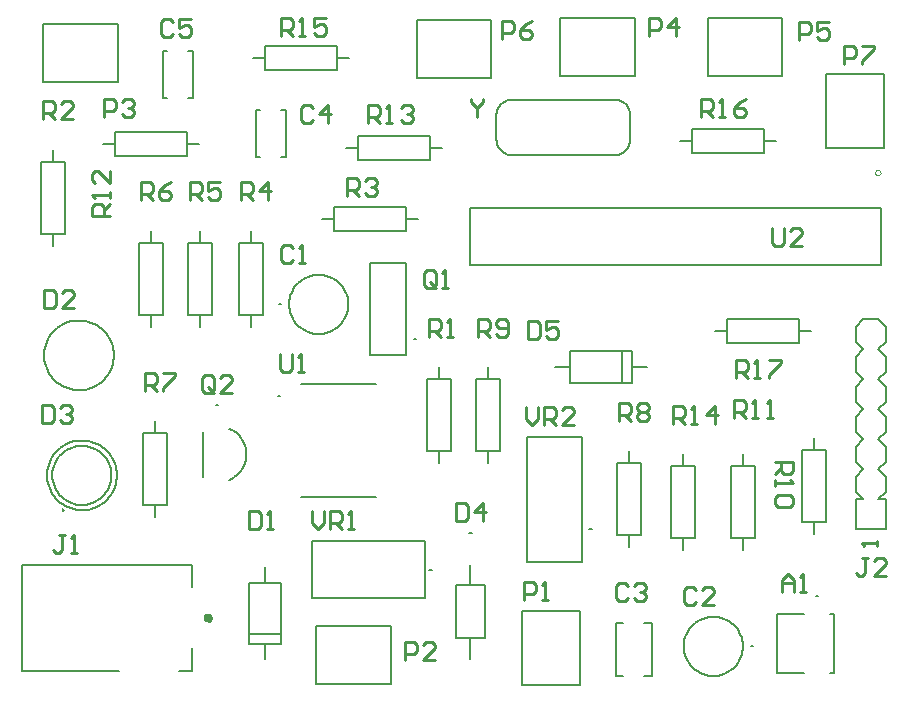
<source format=gto>
G04*
G04 #@! TF.GenerationSoftware,Altium Limited,Altium Designer,23.4.1 (23)*
G04*
G04 Layer_Color=65535*
%FSLAX25Y25*%
%MOIN*%
G70*
G04*
G04 #@! TF.SameCoordinates,2A0E947D-B6A8-43C5-BC2B-383818F6DAB7*
G04*
G04*
G04 #@! TF.FilePolarity,Positive*
G04*
G01*
G75*
%ADD10C,0.01575*%
%ADD11C,0.00787*%
%ADD12C,0.00000*%
%ADD13C,0.00500*%
%ADD14C,0.00800*%
%ADD15C,0.00600*%
%ADD16C,0.01000*%
D10*
X59784Y26500D02*
X59239Y27249D01*
X58359Y26963D01*
Y26037D01*
X59239Y25751D01*
X59784Y26500D01*
D11*
X186894Y56000D02*
X186106D01*
X186894D01*
X128345Y119500D02*
X127557D01*
X128345D01*
X262394Y33748D02*
X261606D01*
X262394D01*
X83071Y100500D02*
X82284D01*
X83071D01*
X240689Y17000D02*
X239902D01*
X240689D01*
X62394Y97535D02*
X61606D01*
X62394D01*
X83535Y131000D02*
X82748D01*
X83535D01*
X133563Y42500D02*
X132776D01*
X133563D01*
X146894Y54878D02*
X146106D01*
X146894D01*
X102000Y213000D02*
X106000D01*
X74000D02*
X78000D01*
Y209000D02*
X102000D01*
Y217000D01*
X78000D02*
X102000D01*
X78000Y209000D02*
Y217000D01*
X132000Y82000D02*
X140000D01*
X132000D02*
Y106000D01*
X140000D01*
Y82000D02*
Y106000D01*
X136000Y78000D02*
Y82000D01*
Y106000D02*
Y110000D01*
X237500Y49000D02*
Y53000D01*
Y77000D02*
Y81000D01*
X233500Y53000D02*
Y77000D01*
Y53000D02*
X241500D01*
Y77000D01*
X233500D02*
X241500D01*
X244500Y185500D02*
X248500D01*
X216500D02*
X220500D01*
Y181500D02*
X244500D01*
Y189500D01*
X220500D02*
X244500D01*
X220500Y181500D02*
Y189500D01*
X125000Y159500D02*
X129000D01*
X97000D02*
X101000D01*
Y155500D02*
X125000D01*
Y163500D01*
X101000D02*
X125000D01*
X101000Y155500D02*
Y163500D01*
X109000Y179000D02*
Y187000D01*
X133000D01*
Y179000D02*
Y187000D01*
X109000Y179000D02*
X133000D01*
X105000Y183000D02*
X109000D01*
X133000D02*
X137000D01*
X257000Y58500D02*
X265000D01*
X257000D02*
Y82500D01*
X265000D01*
Y58500D02*
Y82500D01*
X261000Y54500D02*
Y58500D01*
Y82500D02*
Y86500D01*
X28000Y180500D02*
Y188500D01*
X52000D01*
Y180500D02*
Y188500D01*
X28000Y180500D02*
X52000D01*
X24000Y184500D02*
X28000D01*
X52000D02*
X56000D01*
X232000Y118000D02*
Y126000D01*
X256000D01*
Y118000D02*
Y126000D01*
X232000Y118000D02*
X256000D01*
X228000Y122000D02*
X232000D01*
X256000D02*
X260000D01*
X213500Y53000D02*
X221500D01*
X213500D02*
Y77000D01*
X221500D01*
Y53000D02*
Y77000D01*
X217500Y49000D02*
Y53000D01*
Y77000D02*
Y81000D01*
X148500Y106000D02*
X156500D01*
Y82000D02*
Y106000D01*
X148500Y82000D02*
X156500D01*
X148500D02*
Y106000D01*
X152500D02*
Y110000D01*
Y78000D02*
Y82000D01*
X41500Y88000D02*
Y92000D01*
Y60000D02*
Y64000D01*
X45500D02*
Y88000D01*
X37500D02*
X45500D01*
X37500Y64000D02*
Y88000D01*
Y64000D02*
X45500D01*
X73500Y151500D02*
Y155500D01*
Y123500D02*
Y127500D01*
X77500D02*
Y151500D01*
X69500D02*
X77500D01*
X69500Y127500D02*
Y151500D01*
Y127500D02*
X77500D01*
X195500Y54000D02*
X203500D01*
X195500D02*
Y78000D01*
X203500D01*
Y54000D02*
Y78000D01*
X199500Y50000D02*
Y54000D01*
Y78000D02*
Y82000D01*
X3500Y154500D02*
X11500D01*
X3500D02*
Y178500D01*
X11500D01*
Y154500D02*
Y178500D01*
X7500Y150500D02*
Y154500D01*
Y178500D02*
Y182500D01*
X52500Y151500D02*
X60500D01*
Y127500D02*
Y151500D01*
X52500Y127500D02*
X60500D01*
X52500D02*
Y151500D01*
X56500D02*
Y155500D01*
Y123500D02*
Y127500D01*
X36000D02*
X44000D01*
X36000D02*
Y151500D01*
X44000D01*
Y127500D02*
Y151500D01*
X40000Y123500D02*
Y127500D01*
Y151500D02*
Y155500D01*
D12*
X283323Y174850D02*
X282823Y175716D01*
X281823D01*
X281323Y174850D01*
X281823Y173984D01*
X282823D01*
X283323Y174850D01*
X11201Y62583D02*
X10451Y63016D01*
Y62150D01*
X11201Y62583D01*
D13*
X199843Y193986D02*
X199762Y194982D01*
X199489Y195944D01*
X199033Y196833D01*
X198412Y197617D01*
X197651Y198265D01*
X196777Y198751D01*
X195826Y199058D01*
X194833Y199173D01*
X160167D02*
X159174Y199058D01*
X158222Y198751D01*
X157349Y198265D01*
X156588Y197617D01*
X155967Y196833D01*
X155511Y195944D01*
X155238Y194982D01*
X155157Y193986D01*
Y186014D02*
X155238Y185018D01*
X155511Y184056D01*
X155967Y183167D01*
X156588Y182383D01*
X157349Y181735D01*
X158222Y181249D01*
X159174Y180942D01*
X160167Y180827D01*
X194833D02*
X195826Y180942D01*
X196777Y181249D01*
X197651Y181735D01*
X198412Y182383D01*
X199033Y183167D01*
X199489Y184056D01*
X199762Y185018D01*
X199843Y186014D01*
X237343Y17000D02*
X237292Y17996D01*
X237141Y18981D01*
X236891Y19947D01*
X236545Y20881D01*
X236106Y21777D01*
X235578Y22623D01*
X234968Y23411D01*
X234281Y24134D01*
X233525Y24783D01*
X232706Y25353D01*
X231835Y25837D01*
X230918Y26230D01*
X229967Y26528D01*
X228990Y26729D01*
X227998Y26830D01*
X227002D01*
X226010Y26729D01*
X225033Y26528D01*
X224082Y26230D01*
X223165Y25837D01*
X222294Y25353D01*
X221475Y24783D01*
X220719Y24134D01*
X220032Y23411D01*
X219422Y22623D01*
X218894Y21777D01*
X218455Y20881D01*
X218109Y19947D01*
X217859Y18981D01*
X217708Y17996D01*
X217657Y17000D01*
X217708Y16004D01*
X217859Y15019D01*
X218109Y14053D01*
X218455Y13118D01*
X218894Y12223D01*
X219422Y11377D01*
X220032Y10589D01*
X220719Y9866D01*
X221475Y9217D01*
X222294Y8647D01*
X223165Y8163D01*
X224082Y7770D01*
X225033Y7472D01*
X226010Y7271D01*
X227002Y7170D01*
X227998D01*
X228991Y7271D01*
X229967Y7472D01*
X230918Y7770D01*
X231835Y8163D01*
X232706Y8647D01*
X233525Y9217D01*
X234281Y9866D01*
X234968Y10589D01*
X235578Y11377D01*
X236106Y12223D01*
X236545Y13119D01*
X236891Y14053D01*
X237141Y15019D01*
X237292Y16004D01*
X237343Y17000D01*
X66076Y72422D02*
X66980Y72845D01*
X67832Y73363D01*
X68625Y73970D01*
X69347Y74658D01*
X69990Y75420D01*
X70548Y76248D01*
X71014Y77130D01*
X71382Y78057D01*
X71648Y79019D01*
X71808Y80004D01*
X71862Y81000D01*
X71808Y81996D01*
X71648Y82981D01*
X71382Y83943D01*
X71014Y84870D01*
X70548Y85752D01*
X69990Y86580D01*
X69347Y87342D01*
X68625Y88030D01*
X67832Y88637D01*
X66980Y89155D01*
X66076Y89578D01*
X105780Y131000D02*
X105729Y131996D01*
X105578Y132981D01*
X105328Y133947D01*
X104982Y134881D01*
X104543Y135777D01*
X104015Y136623D01*
X103405Y137411D01*
X102718Y138134D01*
X101962Y138783D01*
X101143Y139353D01*
X100272Y139837D01*
X99355Y140230D01*
X98404Y140528D01*
X97427Y140729D01*
X96435Y140830D01*
X95438D01*
X94447Y140729D01*
X93470Y140528D01*
X92519Y140230D01*
X91602Y139837D01*
X90731Y139353D01*
X89912Y138783D01*
X89156Y138134D01*
X88469Y137411D01*
X87859Y136623D01*
X87331Y135777D01*
X86892Y134881D01*
X86546Y133947D01*
X86296Y132981D01*
X86145Y131996D01*
X86094Y131000D01*
X86145Y130004D01*
X86296Y129019D01*
X86546Y128053D01*
X86892Y127119D01*
X87331Y126223D01*
X87859Y125377D01*
X88469Y124589D01*
X89156Y123866D01*
X89912Y123217D01*
X90731Y122647D01*
X91602Y122163D01*
X92519Y121770D01*
X93470Y121472D01*
X94447Y121271D01*
X95438Y121170D01*
X96436D01*
X97427Y121271D01*
X98404Y121472D01*
X99355Y121770D01*
X100272Y122163D01*
X101143Y122647D01*
X101962Y123217D01*
X102718Y123866D01*
X103405Y124589D01*
X104015Y125377D01*
X104543Y126223D01*
X104982Y127119D01*
X105328Y128053D01*
X105578Y129019D01*
X105729Y130004D01*
X105780Y131000D01*
X27614Y114000D02*
X27571Y114998D01*
X27442Y115989D01*
X27229Y116966D01*
X26933Y117920D01*
X26555Y118845D01*
X26100Y119735D01*
X25569Y120582D01*
X24968Y121380D01*
X24300Y122124D01*
X23571Y122807D01*
X22786Y123425D01*
X21951Y123974D01*
X21071Y124449D01*
X20154Y124846D01*
X19207Y125163D01*
X18235Y125397D01*
X17247Y125547D01*
X16250Y125611D01*
X15251Y125590D01*
X14257Y125483D01*
X13277Y125290D01*
X12316Y125014D01*
X11383Y124657D01*
X10484Y124221D01*
X9626Y123709D01*
X8815Y123125D01*
X8057Y122473D01*
X7358Y121759D01*
X6723Y120987D01*
X6157Y120164D01*
X5663Y119295D01*
X5246Y118387D01*
X4909Y117446D01*
X4654Y116480D01*
X4482Y115495D01*
X4397Y114500D01*
Y113500D01*
X4482Y112505D01*
X4654Y111520D01*
X4909Y110554D01*
X5246Y109613D01*
X5663Y108705D01*
X6157Y107836D01*
X6723Y107013D01*
X7358Y106241D01*
X8057Y105527D01*
X8815Y104875D01*
X9626Y104291D01*
X10484Y103779D01*
X11383Y103343D01*
X12316Y102986D01*
X13277Y102710D01*
X14257Y102517D01*
X15251Y102410D01*
X16250Y102389D01*
X17247Y102453D01*
X18235Y102603D01*
X19207Y102837D01*
X20154Y103154D01*
X21071Y103551D01*
X21951Y104026D01*
X22786Y104575D01*
X23571Y105193D01*
X24300Y105876D01*
X24968Y106620D01*
X25569Y107418D01*
X26100Y108265D01*
X26555Y109155D01*
X26933Y110080D01*
X27229Y111034D01*
X27442Y112011D01*
X27571Y113002D01*
X27614Y114000D01*
X28614Y74000D02*
X28571Y74998D01*
X28442Y75989D01*
X28229Y76966D01*
X27933Y77920D01*
X27555Y78845D01*
X27100Y79735D01*
X26569Y80582D01*
X25968Y81380D01*
X25300Y82124D01*
X24571Y82807D01*
X23786Y83425D01*
X22951Y83974D01*
X22071Y84448D01*
X21154Y84846D01*
X20207Y85163D01*
X19235Y85397D01*
X18247Y85547D01*
X17250Y85611D01*
X16251Y85590D01*
X15257Y85483D01*
X14277Y85290D01*
X13316Y85014D01*
X12383Y84657D01*
X11484Y84221D01*
X10626Y83709D01*
X9815Y83125D01*
X9057Y82473D01*
X8358Y81759D01*
X7723Y80987D01*
X7157Y80164D01*
X6663Y79295D01*
X6246Y78387D01*
X5909Y77446D01*
X5654Y76480D01*
X5483Y75495D01*
X5397Y74500D01*
Y73500D01*
X5483Y72505D01*
X5654Y71520D01*
X5909Y70554D01*
X6246Y69613D01*
X6663Y68705D01*
X7157Y67836D01*
X7723Y67013D01*
X8358Y66241D01*
X9057Y65527D01*
X9815Y64875D01*
X10626Y64291D01*
X11484Y63779D01*
X12383Y63343D01*
X13316Y62986D01*
X14277Y62710D01*
X15257Y62517D01*
X16251Y62410D01*
X17250Y62388D01*
X18247Y62453D01*
X19235Y62603D01*
X20207Y62837D01*
X21154Y63154D01*
X22071Y63551D01*
X22951Y64026D01*
X23786Y64575D01*
X24571Y65193D01*
X25300Y65876D01*
X25968Y66620D01*
X26569Y67418D01*
X27100Y68265D01*
X27555Y69155D01*
X27933Y70080D01*
X28229Y71034D01*
X28442Y72011D01*
X28571Y73002D01*
X28614Y74000D01*
X26842D02*
X26792Y74996D01*
X26641Y75981D01*
X26391Y76947D01*
X26045Y77881D01*
X25606Y78777D01*
X25078Y79623D01*
X24468Y80411D01*
X23781Y81134D01*
X23025Y81783D01*
X22206Y82353D01*
X21335Y82837D01*
X20418Y83230D01*
X19467Y83528D01*
X18490Y83729D01*
X17499Y83830D01*
X16501D01*
X15510Y83729D01*
X14533Y83528D01*
X13582Y83230D01*
X12665Y82837D01*
X11794Y82353D01*
X10975Y81783D01*
X10219Y81134D01*
X9532Y80411D01*
X8922Y79623D01*
X8394Y78777D01*
X7955Y77881D01*
X7609Y76947D01*
X7359Y75981D01*
X7208Y74996D01*
X7158Y74000D01*
X7208Y73004D01*
X7359Y72019D01*
X7609Y71053D01*
X7955Y70118D01*
X8394Y69223D01*
X8922Y68377D01*
X9532Y67589D01*
X10219Y66866D01*
X10975Y66217D01*
X11794Y65647D01*
X12665Y65163D01*
X13582Y64770D01*
X14533Y64472D01*
X15510Y64271D01*
X16501Y64170D01*
X17499D01*
X18490Y64271D01*
X19467Y64472D01*
X20418Y64770D01*
X21335Y65163D01*
X22206Y65647D01*
X23025Y66217D01*
X23781Y66866D01*
X24468Y67589D01*
X25078Y68377D01*
X25606Y69223D01*
X26045Y70119D01*
X26391Y71053D01*
X26641Y72019D01*
X26792Y73004D01*
X26842Y74000D01*
X-2815Y8783D02*
Y44216D01*
X53878D01*
X49350Y8783D02*
X53878D01*
Y36933D02*
Y44216D01*
X-2815Y8783D02*
X29272D01*
X53878D02*
Y16461D01*
X165240Y45252D02*
X183744D01*
Y86748D01*
X165240D02*
X183744D01*
X165240Y45252D02*
Y86748D01*
X204524Y7142D02*
X206906D01*
X204524Y24858D02*
X206906D01*
X195095Y7142D02*
X197476D01*
X195095Y24858D02*
X197476D01*
X206906Y7142D02*
Y24858D01*
X195095Y7142D02*
Y24858D01*
X75079Y180126D02*
Y195874D01*
X84921Y180126D02*
Y195874D01*
X75079D02*
X76476D01*
X75079Y180126D02*
X76476D01*
X83524Y195874D02*
X84921D01*
X83524Y180126D02*
X84921D01*
X113065Y114146D02*
Y144854D01*
X125106D01*
Y114146D02*
Y144854D01*
X113065Y114146D02*
X125106D01*
X266252Y27843D02*
X267709D01*
X248811D02*
X257748D01*
X248811Y8157D02*
Y27843D01*
Y8157D02*
X257748D01*
X266252D02*
X267709D01*
Y27843D01*
X52524Y199705D02*
X53921D01*
X52524Y215453D02*
X53921D01*
X44079Y199705D02*
X45476D01*
X44079Y215453D02*
X45476D01*
X53921Y199705D02*
Y215453D01*
X44079Y199705D02*
Y215453D01*
X90000Y104378D02*
X115000D01*
X90000Y66622D02*
X115000D01*
X160158Y199173D02*
X194843D01*
X155157Y186024D02*
Y193976D01*
X160158Y180827D02*
X194843D01*
X199843Y186024D02*
Y193976D01*
X57295Y73427D02*
Y88573D01*
Y73427D02*
Y88573D01*
X93740Y51988D02*
X131260D01*
Y32972D02*
Y51988D01*
X93740Y32972D02*
Y51988D01*
Y32972D02*
X131260D01*
X179764Y104685D02*
X196988D01*
X200236D01*
X196988Y115315D02*
X200236D01*
X179764D02*
X196988D01*
Y104685D02*
Y115315D01*
X200236Y104685D02*
Y110000D01*
Y115315D01*
X179764Y110000D02*
Y115315D01*
Y104685D02*
Y110000D01*
X200236D02*
X205354D01*
X174646D02*
X179764D01*
X72685Y21012D02*
Y38236D01*
Y17764D02*
Y21012D01*
X83315Y17764D02*
Y21012D01*
Y38236D01*
X72685Y21012D02*
X83315D01*
X72685Y17764D02*
X78000D01*
X83315D01*
X78000Y38236D02*
X83315D01*
X72685D02*
X78000D01*
Y12646D02*
Y17764D01*
Y38236D02*
Y43354D01*
X146500Y37358D02*
Y44248D01*
Y12752D02*
Y19642D01*
Y37358D02*
X151224D01*
X141776D02*
X146500D01*
X141776Y19642D02*
Y37358D01*
Y19642D02*
X146500D01*
X151224D01*
Y37358D01*
D14*
X250402Y207020D02*
Y226311D01*
X225598D02*
X250402D01*
X225598Y207020D02*
Y226311D01*
Y207020D02*
X250402D01*
X28902Y205020D02*
Y224311D01*
X4098D02*
X28902D01*
X4098Y205020D02*
Y224311D01*
Y205020D02*
X28902D01*
X163689Y28902D02*
X182980D01*
X163689Y4098D02*
Y28902D01*
Y4098D02*
X182980D01*
Y28902D01*
X282500Y116000D02*
X285000Y118500D01*
X275000D02*
X277500Y116000D01*
X275000Y118500D02*
Y123500D01*
X285000Y118500D02*
Y123500D01*
X282500Y126000D02*
X285000Y123500D01*
X275000D02*
X277500Y126000D01*
X282500D01*
Y106000D02*
X285000Y108500D01*
Y113500D01*
X282500Y116000D02*
X285000Y113500D01*
X282500Y96000D02*
X285000Y98500D01*
Y103500D01*
X282500Y106000D02*
X285000Y103500D01*
X282500Y86000D02*
X285000Y88500D01*
Y93500D01*
X282500Y96000D02*
X285000Y93500D01*
X275000Y113500D02*
X277500Y116000D01*
X275000Y108500D02*
Y113500D01*
Y108500D02*
X277500Y106000D01*
X275000Y103500D02*
X277500Y106000D01*
X275000Y98500D02*
Y103500D01*
Y98500D02*
X277500Y96000D01*
X275000Y93500D02*
X277500Y96000D01*
X275000Y88500D02*
Y93500D01*
Y88500D02*
X277500Y86000D01*
X282500Y66000D02*
X285000D01*
X275000D02*
X277500D01*
X285000Y56000D02*
Y66000D01*
X275000Y56000D02*
X285000D01*
X275000D02*
Y66000D01*
X282500D02*
X285000Y68500D01*
Y73500D01*
X282500Y76000D02*
X285000Y73500D01*
X275000D02*
X277500Y76000D01*
X275000Y68500D02*
Y73500D01*
Y68500D02*
X277500Y66000D01*
X282500Y76000D02*
X285000Y78500D01*
Y83500D01*
X282500Y86000D02*
X285000Y83500D01*
X275000D02*
X277500Y86000D01*
X275000Y78500D02*
Y83500D01*
Y78500D02*
X277500Y76000D01*
X265020Y183098D02*
Y207902D01*
X284311D01*
Y183098D02*
Y207902D01*
X265020Y183098D02*
X284311D01*
X176535Y207020D02*
X201339D01*
X176535D02*
Y226311D01*
X201339D01*
Y207020D02*
Y226311D01*
X128598Y206520D02*
X153402D01*
X128598D02*
Y225811D01*
X153402D01*
Y206520D02*
Y225811D01*
X95161Y4520D02*
X119965D01*
X95161D02*
Y23811D01*
X119965D01*
Y4520D02*
Y23811D01*
D15*
X146496Y144220D02*
X283504D01*
X146496Y162961D02*
X283504D01*
X146496Y144220D02*
Y162961D01*
X283504Y144220D02*
Y162961D01*
D16*
X282000Y50500D02*
Y52166D01*
Y51333D01*
X277002D01*
X277835Y50500D01*
X247002Y156590D02*
Y151591D01*
X248001Y150592D01*
X250001D01*
X251000Y151591D01*
Y156590D01*
X256998Y150592D02*
X253000D01*
X256998Y154590D01*
Y155590D01*
X255999Y156590D01*
X253999D01*
X253000Y155590D01*
X271002Y211064D02*
Y217062D01*
X274001D01*
X275000Y216062D01*
Y214063D01*
X274001Y213063D01*
X271002D01*
X277000Y217062D02*
X280998D01*
Y216062D01*
X277000Y212064D01*
Y211064D01*
X156939Y219501D02*
Y225499D01*
X159938D01*
X160937Y224499D01*
Y222500D01*
X159938Y221500D01*
X156939D01*
X166935Y225499D02*
X164936Y224499D01*
X162937Y222500D01*
Y220501D01*
X163936Y219501D01*
X165936D01*
X166935Y220501D01*
Y221500D01*
X165936Y222500D01*
X162937D01*
X256002Y219001D02*
Y224999D01*
X259001D01*
X260000Y223999D01*
Y222000D01*
X259001Y221000D01*
X256002D01*
X265998Y224999D02*
X262000D01*
Y222000D01*
X263999Y223000D01*
X264999D01*
X265998Y222000D01*
Y220001D01*
X264999Y219001D01*
X262999D01*
X262000Y220001D01*
X206002Y220501D02*
Y226499D01*
X209001D01*
X210000Y225499D01*
Y223500D01*
X209001Y222500D01*
X206002D01*
X214999Y220501D02*
Y226499D01*
X212000Y223500D01*
X215998D01*
X164300Y32300D02*
Y38298D01*
X167299D01*
X168299Y37298D01*
Y35299D01*
X167299Y34299D01*
X164300D01*
X170298Y32300D02*
X172297D01*
X171298D01*
Y38298D01*
X170298Y37298D01*
X146800Y199298D02*
Y198298D01*
X148799Y196299D01*
X150799Y198298D01*
Y199298D01*
X148799Y196299D02*
Y193300D01*
X235002Y106501D02*
Y112499D01*
X238001D01*
X239001Y111499D01*
Y109500D01*
X238001Y108500D01*
X235002D01*
X237002D02*
X239001Y106501D01*
X241001D02*
X243000D01*
X242000D01*
Y112499D01*
X241001Y111499D01*
X245999Y112499D02*
X249998D01*
Y111499D01*
X245999Y107501D01*
Y106501D01*
X223502Y193501D02*
Y199499D01*
X226501D01*
X227501Y198499D01*
Y196500D01*
X226501Y195500D01*
X223502D01*
X225502D02*
X227501Y193501D01*
X229501D02*
X231500D01*
X230500D01*
Y199499D01*
X229501Y198499D01*
X238498Y199499D02*
X236498Y198499D01*
X234499Y196500D01*
Y194501D01*
X235498Y193501D01*
X237498D01*
X238498Y194501D01*
Y195500D01*
X237498Y196500D01*
X234499D01*
X83502Y220501D02*
Y226499D01*
X86501D01*
X87501Y225499D01*
Y223500D01*
X86501Y222500D01*
X83502D01*
X85502D02*
X87501Y220501D01*
X89500D02*
X91500D01*
X90500D01*
Y226499D01*
X89500Y225499D01*
X98498Y226499D02*
X94499D01*
Y223500D01*
X96498Y224500D01*
X97498D01*
X98498Y223500D01*
Y221501D01*
X97498Y220501D01*
X95499D01*
X94499Y221501D01*
X214100Y91200D02*
Y97198D01*
X217099D01*
X218099Y96198D01*
Y94199D01*
X217099Y93199D01*
X214100D01*
X216099D02*
X218099Y91200D01*
X220098D02*
X222097D01*
X221098D01*
Y97198D01*
X220098Y96198D01*
X228096Y91200D02*
Y97198D01*
X225096Y94199D01*
X229095D01*
X112502Y191501D02*
Y197499D01*
X115501D01*
X116501Y196499D01*
Y194500D01*
X115501Y193500D01*
X112502D01*
X114502D02*
X116501Y191501D01*
X118500D02*
X120500D01*
X119500D01*
Y197499D01*
X118500Y196499D01*
X123499D02*
X124499Y197499D01*
X126498D01*
X127498Y196499D01*
Y195500D01*
X126498Y194500D01*
X125498D01*
X126498D01*
X127498Y193500D01*
Y192501D01*
X126498Y191501D01*
X124499D01*
X123499Y192501D01*
X26499Y160502D02*
X20501D01*
Y163502D01*
X21501Y164501D01*
X23500D01*
X24500Y163502D01*
Y160502D01*
Y162502D02*
X26499Y164501D01*
Y166500D02*
Y168500D01*
Y167500D01*
X20501D01*
X21501Y166500D01*
X26499Y175498D02*
Y171499D01*
X22500Y175498D01*
X21501D01*
X20501Y174498D01*
Y172499D01*
X21501Y171499D01*
X234502Y93001D02*
Y98999D01*
X237501D01*
X238501Y97999D01*
Y96000D01*
X237501Y95000D01*
X234502D01*
X236502D02*
X238501Y93001D01*
X240500D02*
X242499D01*
X241500D01*
Y98999D01*
X240500Y97999D01*
X245498Y93001D02*
X247498D01*
X246498D01*
Y98999D01*
X245498Y97999D01*
X248001Y78498D02*
X253999D01*
Y75498D01*
X252999Y74499D01*
X251000D01*
X250000Y75498D01*
Y78498D01*
Y76498D02*
X248001Y74499D01*
Y72500D02*
Y70500D01*
Y71500D01*
X253999D01*
X252999Y72500D01*
Y67501D02*
X253999Y66501D01*
Y64502D01*
X252999Y63502D01*
X249001D01*
X248001Y64502D01*
Y66501D01*
X249001Y67501D01*
X252999D01*
X24502Y193501D02*
Y199499D01*
X27501D01*
X28500Y198499D01*
Y196500D01*
X27501Y195500D01*
X24502D01*
X30500Y198499D02*
X31499Y199499D01*
X33499D01*
X34498Y198499D01*
Y197500D01*
X33499Y196500D01*
X32499D01*
X33499D01*
X34498Y195500D01*
Y194501D01*
X33499Y193501D01*
X31499D01*
X30500Y194501D01*
X279000Y46499D02*
X277001D01*
X278001D01*
Y41501D01*
X277001Y40501D01*
X276001D01*
X275002Y41501D01*
X284998Y40501D02*
X281000D01*
X284998Y44500D01*
Y45499D01*
X283999Y46499D01*
X281999D01*
X281000Y45499D01*
X47500Y224999D02*
X46501Y225999D01*
X44501D01*
X43502Y224999D01*
Y221001D01*
X44501Y220001D01*
X46501D01*
X47500Y221001D01*
X53498Y225999D02*
X49500D01*
Y223000D01*
X51499Y224000D01*
X52499D01*
X53498Y223000D01*
Y221001D01*
X52499Y220001D01*
X50499D01*
X49500Y221001D01*
X94000Y196499D02*
X93001Y197499D01*
X91001D01*
X90002Y196499D01*
Y192501D01*
X91001Y191501D01*
X93001D01*
X94000Y192501D01*
X98999Y191501D02*
Y197499D01*
X96000Y194500D01*
X99998D01*
X250501Y35001D02*
Y39000D01*
X252501Y40999D01*
X254500Y39000D01*
Y35001D01*
Y38000D01*
X250501D01*
X256499Y35001D02*
X258499D01*
X257499D01*
Y40999D01*
X256499Y39999D01*
X149100Y120200D02*
Y126198D01*
X152099D01*
X153099Y125198D01*
Y123199D01*
X152099Y122199D01*
X149100D01*
X151099D02*
X153099Y120200D01*
X155098Y121200D02*
X156098Y120200D01*
X158097D01*
X159097Y121200D01*
Y125198D01*
X158097Y126198D01*
X156098D01*
X155098Y125198D01*
Y124199D01*
X156098Y123199D01*
X159097D01*
X124628Y12501D02*
Y18499D01*
X127627D01*
X128626Y17499D01*
Y15500D01*
X127627Y14500D01*
X124628D01*
X134624Y12501D02*
X130626D01*
X134624Y16500D01*
Y17499D01*
X133625Y18499D01*
X131625D01*
X130626Y17499D01*
X165200Y96798D02*
Y92799D01*
X167199Y90800D01*
X169199Y92799D01*
Y96798D01*
X171198Y90800D02*
Y96798D01*
X174197D01*
X175197Y95798D01*
Y93799D01*
X174197Y92799D01*
X171198D01*
X173197D02*
X175197Y90800D01*
X181195D02*
X177196D01*
X181195Y94799D01*
Y95798D01*
X180195Y96798D01*
X178196D01*
X177196Y95798D01*
X198999Y37198D02*
X197999Y38198D01*
X196000D01*
X195000Y37198D01*
Y33200D01*
X196000Y32200D01*
X197999D01*
X198999Y33200D01*
X200998Y37198D02*
X201998Y38198D01*
X203997D01*
X204997Y37198D01*
Y36199D01*
X203997Y35199D01*
X202997D01*
X203997D01*
X204997Y34199D01*
Y33200D01*
X203997Y32200D01*
X201998D01*
X200998Y33200D01*
X11500Y53999D02*
X9501D01*
X10500D01*
Y49001D01*
X9501Y48001D01*
X8501D01*
X7501Y49001D01*
X13499Y48001D02*
X15499D01*
X14499D01*
Y53999D01*
X13499Y52999D01*
X221599Y35898D02*
X220599Y36898D01*
X218600D01*
X217600Y35898D01*
Y31900D01*
X218600Y30900D01*
X220599D01*
X221599Y31900D01*
X227597Y30900D02*
X223598D01*
X227597Y34899D01*
Y35898D01*
X226597Y36898D01*
X224598D01*
X223598Y35898D01*
X196100Y92200D02*
Y98198D01*
X199099D01*
X200099Y97198D01*
Y95199D01*
X199099Y94199D01*
X196100D01*
X198099D02*
X200099Y92200D01*
X202098Y97198D02*
X203098Y98198D01*
X205097D01*
X206097Y97198D01*
Y96199D01*
X205097Y95199D01*
X206097Y94199D01*
Y93200D01*
X205097Y92200D01*
X203098D01*
X202098Y93200D01*
Y94199D01*
X203098Y95199D01*
X202098Y96199D01*
Y97198D01*
X203098Y95199D02*
X205097D01*
X165800Y125398D02*
Y119400D01*
X168799D01*
X169799Y120400D01*
Y124398D01*
X168799Y125398D01*
X165800D01*
X175797D02*
X171798D01*
Y122399D01*
X173797Y123399D01*
X174797D01*
X175797Y122399D01*
Y120400D01*
X174797Y119400D01*
X172798D01*
X171798Y120400D01*
X87399Y149898D02*
X86399Y150898D01*
X84400D01*
X83400Y149898D01*
Y145900D01*
X84400Y144900D01*
X86399D01*
X87399Y145900D01*
X89398Y144900D02*
X91397D01*
X90398D01*
Y150898D01*
X89398Y149898D01*
X93700Y62098D02*
Y58099D01*
X95699Y56100D01*
X97699Y58099D01*
Y62098D01*
X99698Y56100D02*
Y62098D01*
X102697D01*
X103697Y61098D01*
Y59099D01*
X102697Y58099D01*
X99698D01*
X101697D02*
X103697Y56100D01*
X105696D02*
X107695D01*
X106696D01*
Y62098D01*
X105696Y61098D01*
X82900Y114498D02*
Y109500D01*
X83900Y108500D01*
X85899D01*
X86899Y109500D01*
Y114498D01*
X88898Y108500D02*
X90897D01*
X89898D01*
Y114498D01*
X88898Y113498D01*
X38100Y102200D02*
Y108198D01*
X41099D01*
X42099Y107198D01*
Y105199D01*
X41099Y104199D01*
X38100D01*
X40099D02*
X42099Y102200D01*
X44098Y108198D02*
X48097D01*
Y107198D01*
X44098Y103200D01*
Y102200D01*
X36600Y165700D02*
Y171698D01*
X39599D01*
X40599Y170698D01*
Y168699D01*
X39599Y167699D01*
X36600D01*
X38599D02*
X40599Y165700D01*
X46597Y171698D02*
X44597Y170698D01*
X42598Y168699D01*
Y166700D01*
X43598Y165700D01*
X45597D01*
X46597Y166700D01*
Y167699D01*
X45597Y168699D01*
X42598D01*
X53100Y165700D02*
Y171698D01*
X56099D01*
X57099Y170698D01*
Y168699D01*
X56099Y167699D01*
X53100D01*
X55099D02*
X57099Y165700D01*
X63097Y171698D02*
X59098D01*
Y168699D01*
X61097Y169699D01*
X62097D01*
X63097Y168699D01*
Y166700D01*
X62097Y165700D01*
X60098D01*
X59098Y166700D01*
X70100Y165700D02*
Y171698D01*
X73099D01*
X74099Y170698D01*
Y168699D01*
X73099Y167699D01*
X70100D01*
X72099D02*
X74099Y165700D01*
X79097D02*
Y171698D01*
X76098Y168699D01*
X80097D01*
X105502Y167001D02*
Y172999D01*
X108501D01*
X109500Y171999D01*
Y170000D01*
X108501Y169000D01*
X105502D01*
X107501D02*
X109500Y167001D01*
X111500Y171999D02*
X112499Y172999D01*
X114499D01*
X115498Y171999D01*
Y171000D01*
X114499Y170000D01*
X113499D01*
X114499D01*
X115498Y169000D01*
Y168001D01*
X114499Y167001D01*
X112499D01*
X111500Y168001D01*
X4100Y192700D02*
Y198698D01*
X7099D01*
X8099Y197698D01*
Y195699D01*
X7099Y194699D01*
X4100D01*
X6099D02*
X8099Y192700D01*
X14097D02*
X10098D01*
X14097Y196699D01*
Y197698D01*
X13097Y198698D01*
X11098D01*
X10098Y197698D01*
X132600Y120200D02*
Y126198D01*
X135599D01*
X136599Y125198D01*
Y123199D01*
X135599Y122199D01*
X132600D01*
X134599D02*
X136599Y120200D01*
X138598D02*
X140597D01*
X139598D01*
Y126198D01*
X138598Y125198D01*
X61199Y102300D02*
Y106298D01*
X60199Y107298D01*
X58200D01*
X57200Y106298D01*
Y102300D01*
X58200Y101300D01*
X60199D01*
X59199Y103299D02*
X61199Y101300D01*
X60199D02*
X61199Y102300D01*
X67197Y101300D02*
X63198D01*
X67197Y105299D01*
Y106298D01*
X66197Y107298D01*
X64198D01*
X63198Y106298D01*
X135000Y137501D02*
Y141499D01*
X134000Y142499D01*
X132001D01*
X131001Y141499D01*
Y137501D01*
X132001Y136501D01*
X134000D01*
X133001Y138500D02*
X135000Y136501D01*
X134000D02*
X135000Y137501D01*
X136999Y136501D02*
X138999D01*
X137999D01*
Y142499D01*
X136999Y141499D01*
X141700Y64698D02*
Y58700D01*
X144699D01*
X145699Y59700D01*
Y63698D01*
X144699Y64698D01*
X141700D01*
X150697Y58700D02*
Y64698D01*
X147698Y61699D01*
X151697D01*
X3600Y97398D02*
Y91400D01*
X6599D01*
X7599Y92400D01*
Y96398D01*
X6599Y97398D01*
X3600D01*
X9598Y96398D02*
X10598Y97398D01*
X12597D01*
X13597Y96398D01*
Y95399D01*
X12597Y94399D01*
X11597D01*
X12597D01*
X13597Y93399D01*
Y92400D01*
X12597Y91400D01*
X10598D01*
X9598Y92400D01*
X4300Y135698D02*
Y129700D01*
X7299D01*
X8299Y130700D01*
Y134698D01*
X7299Y135698D01*
X4300D01*
X14297Y129700D02*
X10298D01*
X14297Y133699D01*
Y134698D01*
X13297Y135698D01*
X11298D01*
X10298Y134698D01*
X72600Y62198D02*
Y56200D01*
X75599D01*
X76599Y57200D01*
Y61198D01*
X75599Y62198D01*
X72600D01*
X78598Y56200D02*
X80597D01*
X79598D01*
Y62198D01*
X78598Y61198D01*
M02*

</source>
